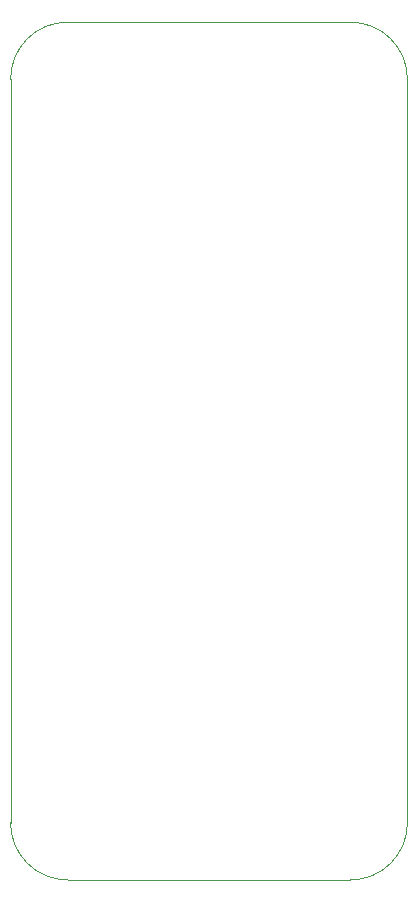
<source format=gbr>
%TF.GenerationSoftware,KiCad,Pcbnew,7.0.5-0*%
%TF.CreationDate,2023-07-31T21:54:07-04:00*%
%TF.ProjectId,carrier-hp,63617272-6965-4722-9d68-702e6b696361,rev?*%
%TF.SameCoordinates,Original*%
%TF.FileFunction,Profile,NP*%
%FSLAX46Y46*%
G04 Gerber Fmt 4.6, Leading zero omitted, Abs format (unit mm)*
G04 Created by KiCad (PCBNEW 7.0.5-0) date 2023-07-31 21:54:07*
%MOMM*%
%LPD*%
G01*
G04 APERTURE LIST*
%TA.AperFunction,Profile*%
%ADD10C,0.100000*%
%TD*%
G04 APERTURE END LIST*
D10*
X127427338Y-39997346D02*
X151377338Y-39997346D01*
X127427338Y-39997351D02*
G75*
G03*
X122601011Y-44823673I62J-4826389D01*
G01*
X122600973Y-107800000D02*
G75*
G03*
X127427338Y-112626327I4826327J0D01*
G01*
X122601011Y-107800000D02*
X122601011Y-44823673D01*
X151377338Y-112626365D02*
G75*
G03*
X156203665Y-107800000I-38J4826365D01*
G01*
X127427338Y-112626327D02*
X151377338Y-112626327D01*
X156203654Y-44823673D02*
G75*
G03*
X151377338Y-39997346I-4826354J-27D01*
G01*
X156203665Y-44823673D02*
X156203665Y-107800000D01*
M02*

</source>
